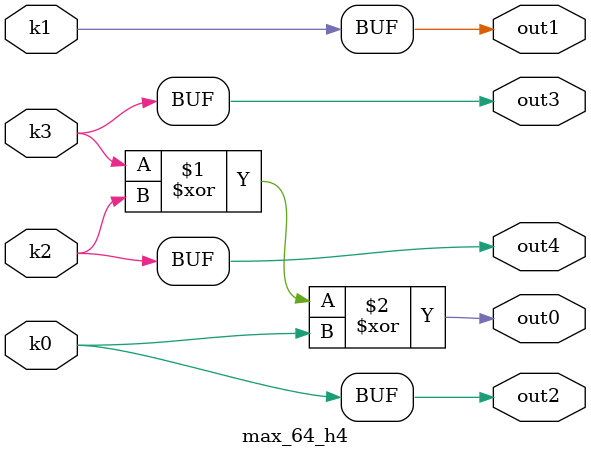
<source format=v>
module max_64(pi00, pi01, pi02, pi03, pi04, pi05, pi06, pi07, pi08, pi09, pi10, pi11, po0, po1, po2, po3, po4);
input pi00, pi01, pi02, pi03, pi04, pi05, pi06, pi07, pi08, pi09, pi10, pi11;
output po0, po1, po2, po3, po4;
wire k0, k1, k2, k3;
max_64_w4 DUT1 (pi00, pi01, pi02, pi03, pi04, pi05, pi06, pi07, pi08, pi09, pi10, pi11, k0, k1, k2, k3);
max_64_h4 DUT2 (k0, k1, k2, k3, po0, po1, po2, po3, po4);
endmodule

module max_64_w4(in11, in10, in9, in8, in7, in6, in5, in4, in3, in2, in1, in0, k3, k2, k1, k0);
input in11, in10, in9, in8, in7, in6, in5, in4, in3, in2, in1, in0;
output k3, k2, k1, k0;
assign k0 =   ~in1 & (((in3 | (~in4 & ~in5)) & ((in11 & in6 & (in10 | in2)) | (in9 & ~in6 & (in8 | in2)))) | ((in2 | (~in4 & ~in5 & in3)) & (in6 ? in10 : in8)) | (~in5 & in3 & in2 & ~in4));
assign k1 =   in0 ? in3 : (in6 ? ~in11 : ~in9);
assign k2 =   ~in9 & in11;
assign k3 =   ((~in10 | in8) & (in7 | (~in11 & in9))) | (~in10 & in8);
endmodule

module max_64_h4(k3, k2, k1, k0, out4, out3, out2, out1, out0);
input k3, k2, k1, k0;
output out4, out3, out2, out1, out0;
assign out0 = k3 ^ k2 ^ k0;
assign out1 = k1;
assign out2 = k0;
assign out3 = k3;
assign out4 = k2;
endmodule

</source>
